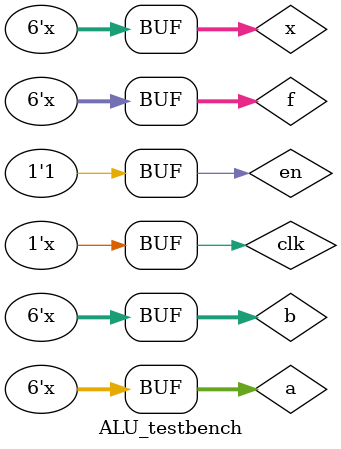
<source format=v>
`timescale 1ns / 1ps
module ALU_testbench();
reg clk,en;
reg [1:0] sel;
reg [5:0] x;
wire [5:0] y;
wire of;
reg [5:0] a,b,f;
ALU ALU(.clk(clk),.en(en),.sel(sel),.x(x),.y(y),.of(of));
integer k=0;
initial 
begin
    clk=0;
    en=1;
    sel=2'b10;
    x=6'b0;
    f=6'b0;
    a=6'b0;
    b=6'b111111;
end
always #5 clk=~clk;
always #270 f=f+1;
always #18 a=a+1;
always #18 b=b-3;
always
begin
    if(k<10)
    begin
        case(sel)
        2'b10:
        begin
            x=f;
            #90 sel=sel-2;
        end
        2'b00:
        begin
            x=a;
            #18 sel=sel+1;
            k=k+1;
        end
        2'b01:
        begin
            x=b;
            #18 sel=sel-1;
            k=k+1;
        end
        default:k=k+1;
        endcase
    end
    else 
    begin
        k=0;
        sel=2'b10;
    end
end
endmodule

</source>
